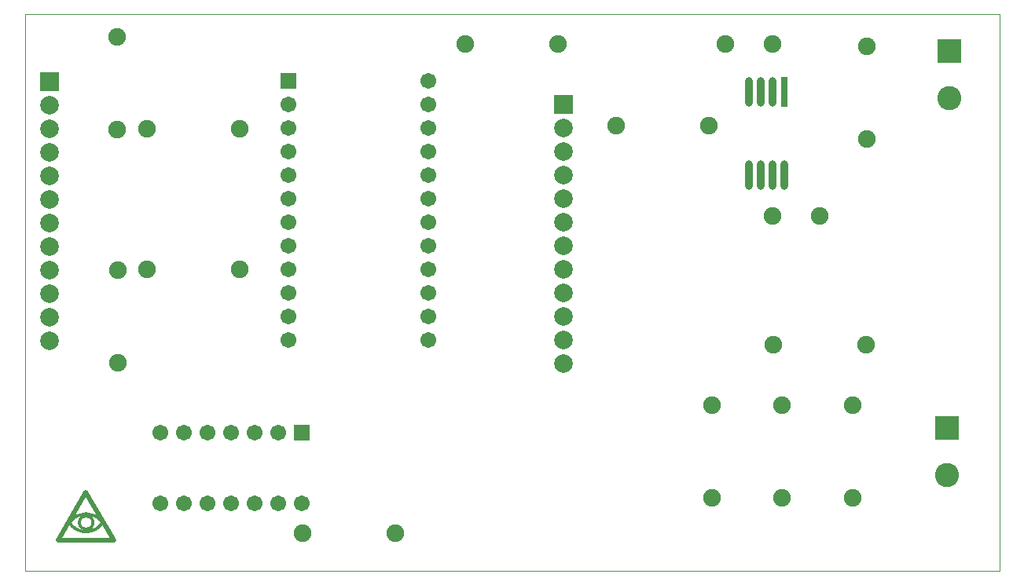
<source format=gts>
G04 Layer_Color=8388736*
%FSLAX44Y44*%
%MOMM*%
G71*
G01*
G75*
%ADD10C,0.3000*%
%ADD17C,0.1000*%
%ADD33C,0.5500*%
%ADD34O,0.8032X3.2032*%
%ADD35R,0.8032X3.2032*%
%ADD36C,2.6032*%
%ADD37R,2.6032X2.6032*%
%ADD38C,1.9032*%
%ADD39R,1.7032X1.7032*%
%ADD40C,1.7032*%
%ADD41C,2.0032*%
%ADD42R,2.0032X2.0032*%
%ADD43R,1.7032X1.7032*%
D10*
X47473Y52403D02*
G03*
X84009Y52239I18317J10796D01*
G01*
X83490Y51894D02*
G03*
X48134Y51960I-17700J-11777D01*
G01*
X73319Y51770D02*
G03*
X73319Y51770I-7279J0D01*
G01*
D17*
X0Y0D02*
Y600000D01*
Y0D02*
X1050000D01*
Y600000D01*
X0D02*
X1050000D01*
D33*
X35790Y32520D02*
X95790D01*
X35790D02*
X65840Y84070D01*
X95790Y32520D01*
D34*
X779780Y426170D02*
D03*
X792480D02*
D03*
X805180D02*
D03*
X817880D02*
D03*
X779780Y516170D02*
D03*
X792480D02*
D03*
X805180D02*
D03*
D35*
X817880D02*
D03*
D36*
X993140Y102870D02*
D03*
X995680Y509270D02*
D03*
D37*
X993140Y153670D02*
D03*
X995680Y560070D02*
D03*
D38*
X740410Y178270D02*
D03*
Y78270D02*
D03*
X299250Y40640D02*
D03*
X399250D02*
D03*
X805980Y243840D02*
D03*
X905980D02*
D03*
X474510Y567690D02*
D03*
X574510D02*
D03*
X637070Y480060D02*
D03*
X737070D02*
D03*
X815340Y178270D02*
D03*
Y78270D02*
D03*
X891540Y178270D02*
D03*
Y78270D02*
D03*
X100330Y224320D02*
D03*
Y324320D02*
D03*
X99060Y575780D02*
D03*
Y475780D02*
D03*
X231610Y325120D02*
D03*
X131610D02*
D03*
X231610Y476250D02*
D03*
X131610D02*
D03*
X906780Y465620D02*
D03*
Y565620D02*
D03*
X855980Y382270D02*
D03*
X805180D02*
D03*
X754380Y567690D02*
D03*
X805180D02*
D03*
D39*
X298450Y148590D02*
D03*
D40*
X273050D02*
D03*
X247650D02*
D03*
X222250D02*
D03*
X196850D02*
D03*
X171450D02*
D03*
X146050D02*
D03*
X298450Y72390D02*
D03*
X273050D02*
D03*
X247650D02*
D03*
X222250D02*
D03*
X196850D02*
D03*
X171450D02*
D03*
X146050D02*
D03*
X434960Y325120D02*
D03*
Y299720D02*
D03*
Y274320D02*
D03*
Y248920D02*
D03*
Y426720D02*
D03*
Y401320D02*
D03*
Y375920D02*
D03*
Y350520D02*
D03*
X283860Y325120D02*
D03*
Y299720D02*
D03*
Y274320D02*
D03*
Y248920D02*
D03*
X434960Y452120D02*
D03*
Y477520D02*
D03*
Y502920D02*
D03*
Y528320D02*
D03*
X283860Y350520D02*
D03*
Y375920D02*
D03*
Y401320D02*
D03*
Y426720D02*
D03*
Y452120D02*
D03*
Y477520D02*
D03*
Y502920D02*
D03*
D41*
X26670Y273050D02*
D03*
Y298450D02*
D03*
Y323850D02*
D03*
Y349250D02*
D03*
Y374650D02*
D03*
Y400050D02*
D03*
Y425450D02*
D03*
Y450850D02*
D03*
Y476250D02*
D03*
Y501650D02*
D03*
Y247650D02*
D03*
X580000Y248920D02*
D03*
Y274320D02*
D03*
Y299720D02*
D03*
Y325120D02*
D03*
Y350520D02*
D03*
Y375920D02*
D03*
Y401320D02*
D03*
Y426720D02*
D03*
Y452120D02*
D03*
Y477520D02*
D03*
Y223520D02*
D03*
D42*
X26670Y527050D02*
D03*
X580000Y502920D02*
D03*
D43*
X283860Y528320D02*
D03*
M02*

</source>
